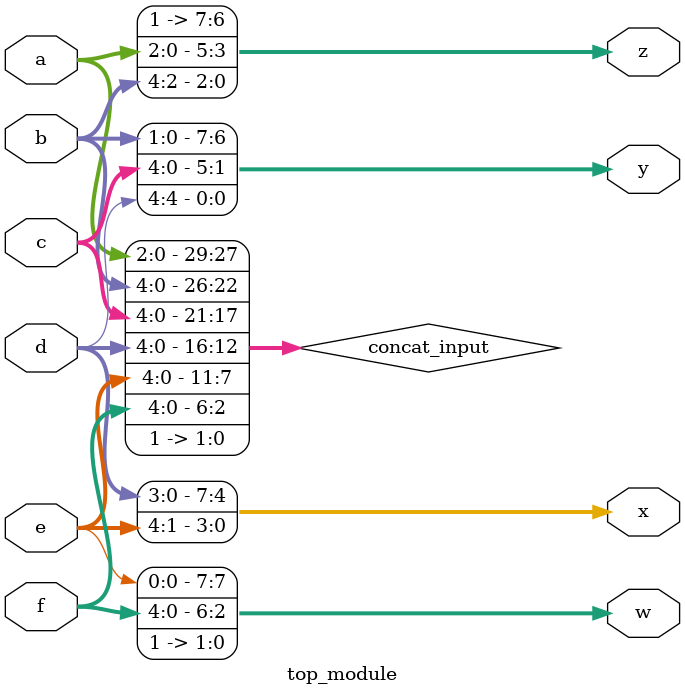
<source format=sv>
module top_module (
    input [4:0] a,
    input [4:0] b,
    input [4:0] c,
    input [4:0] d,
    input [4:0] e,
    input [4:0] f,
    output [7:0] w,
    output [7:0] x,
    output [7:0] y,
    output [7:0] z
);

wire [29:0] concat_input;
assign concat_input = {a, b, c, d, e, f, 2'b11};

assign w = concat_input[7:0];
assign x = concat_input[15:8];
assign y = concat_input[23:16];
assign z = {2'b11, concat_input[29:24]};

endmodule

</source>
